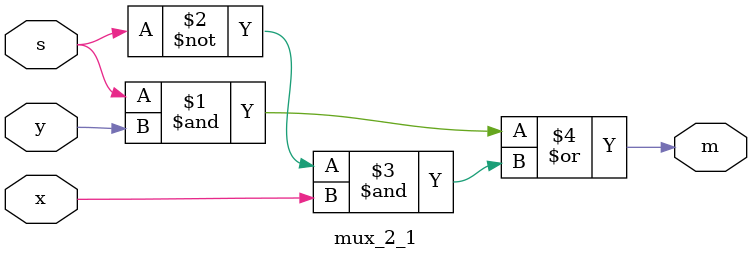
<source format=v>

module mux2to1(SW, LEDR);
    input [9:0] SW;
    output [9:0] LEDR;

    mux_2_1 u0(
        .x(SW[0]),
        .y(SW[1]),
        .s(SW[9]),
        .m(LEDR[0])
        );

endmodule

module mux_2_1(x, y, s, m);
    input x; //selected when s is 0
    input y; //selected when s is 1
    input s; //select signal
    output m; //output
  
    assign m = s & y | ~s & x;
    // OR
    // assign m = s ? y : x;

endmodule

</source>
